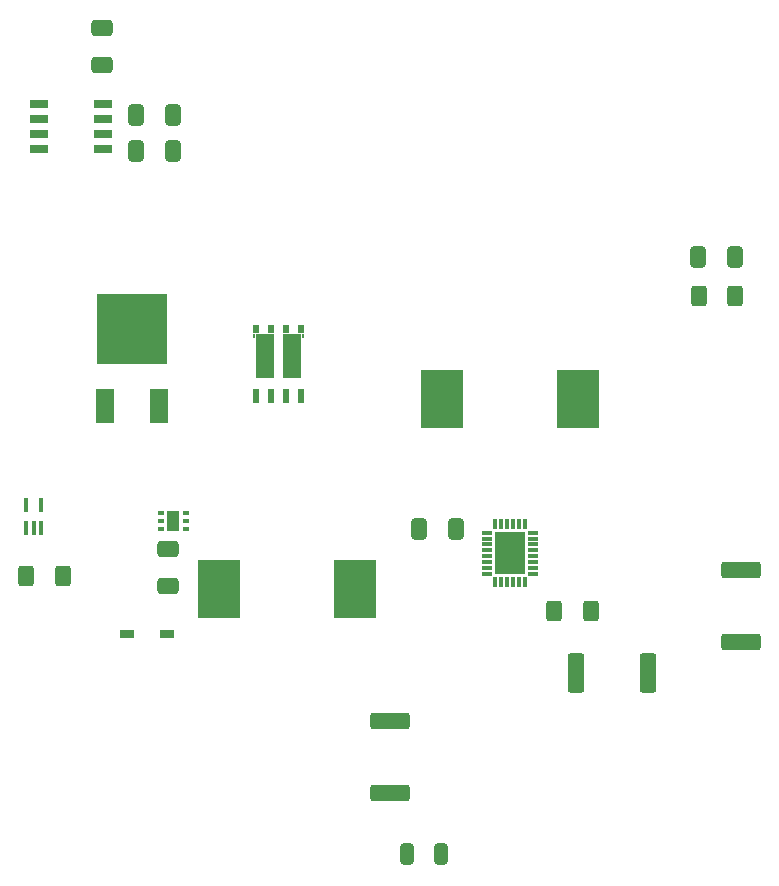
<source format=gbr>
%TF.GenerationSoftware,KiCad,Pcbnew,7.0.8*%
%TF.CreationDate,2024-02-23T11:13:45-06:00*%
%TF.ProjectId,ChargeController_Main,43686172-6765-4436-9f6e-74726f6c6c65,rev?*%
%TF.SameCoordinates,Original*%
%TF.FileFunction,Paste,Top*%
%TF.FilePolarity,Positive*%
%FSLAX46Y46*%
G04 Gerber Fmt 4.6, Leading zero omitted, Abs format (unit mm)*
G04 Created by KiCad (PCBNEW 7.0.8) date 2024-02-23 11:13:45*
%MOMM*%
%LPD*%
G01*
G04 APERTURE LIST*
G04 Aperture macros list*
%AMRoundRect*
0 Rectangle with rounded corners*
0 $1 Rounding radius*
0 $2 $3 $4 $5 $6 $7 $8 $9 X,Y pos of 4 corners*
0 Add a 4 corners polygon primitive as box body*
4,1,4,$2,$3,$4,$5,$6,$7,$8,$9,$2,$3,0*
0 Add four circle primitives for the rounded corners*
1,1,$1+$1,$2,$3*
1,1,$1+$1,$4,$5*
1,1,$1+$1,$6,$7*
1,1,$1+$1,$8,$9*
0 Add four rect primitives between the rounded corners*
20,1,$1+$1,$2,$3,$4,$5,0*
20,1,$1+$1,$4,$5,$6,$7,0*
20,1,$1+$1,$6,$7,$8,$9,0*
20,1,$1+$1,$8,$9,$2,$3,0*%
G04 Aperture macros list end*
%ADD10R,0.600000X0.350000*%
%ADD11R,1.100000X1.700000*%
%ADD12RoundRect,0.250000X-0.400000X-0.625000X0.400000X-0.625000X0.400000X0.625000X-0.400000X0.625000X0*%
%ADD13RoundRect,0.250000X-0.412500X-0.650000X0.412500X-0.650000X0.412500X0.650000X-0.412500X0.650000X0*%
%ADD14RoundRect,0.249999X1.425001X-0.450001X1.425001X0.450001X-1.425001X0.450001X-1.425001X-0.450001X0*%
%ADD15R,0.850000X0.300000*%
%ADD16R,0.300000X0.850000*%
%ADD17R,2.650000X3.650000*%
%ADD18R,1.525000X0.650000*%
%ADD19R,3.550000X4.900000*%
%ADD20RoundRect,0.250000X0.650000X-0.412500X0.650000X0.412500X-0.650000X0.412500X-0.650000X-0.412500X0*%
%ADD21R,1.200000X0.750000*%
%ADD22R,1.600000X3.000000*%
%ADD23R,6.000000X6.000000*%
%ADD24RoundRect,0.250000X-0.650000X0.412500X-0.650000X-0.412500X0.650000X-0.412500X0.650000X0.412500X0*%
%ADD25R,0.450000X1.200000*%
%ADD26RoundRect,0.250000X0.400000X0.625000X-0.400000X0.625000X-0.400000X-0.625000X0.400000X-0.625000X0*%
%ADD27RoundRect,0.249999X-0.450001X-1.425001X0.450001X-1.425001X0.450001X1.425001X-0.450001X1.425001X0*%
%ADD28R,0.610000X1.270000*%
%ADD29R,0.610000X0.710000*%
%ADD30R,1.650000X3.810000*%
%ADD31R,0.230000X0.310000*%
%ADD32RoundRect,0.250000X-0.325000X-0.650000X0.325000X-0.650000X0.325000X0.650000X-0.325000X0.650000X0*%
G04 APERTURE END LIST*
D10*
%TO.C,PS1*%
X87485800Y-79197200D03*
X87485800Y-79847200D03*
X87485800Y-80497200D03*
X89585800Y-80497200D03*
X89585800Y-79847200D03*
X89585800Y-79197200D03*
D11*
X88535800Y-79847200D03*
%TD*%
D12*
%TO.C,R20*%
X133044600Y-60833000D03*
X136144600Y-60833000D03*
%TD*%
D13*
%TO.C,C13*%
X85430900Y-48515800D03*
X88555900Y-48515800D03*
%TD*%
D14*
%TO.C,R8*%
X136601200Y-90146600D03*
X136601200Y-84046600D03*
%TD*%
%TO.C,R14*%
X106883200Y-102922800D03*
X106883200Y-96822800D03*
%TD*%
D13*
%TO.C,C14*%
X85430900Y-45515800D03*
X88555900Y-45515800D03*
%TD*%
D15*
%TO.C,IC4*%
X115091200Y-80850800D03*
X115091200Y-81350800D03*
X115091200Y-81850800D03*
X115091200Y-82350800D03*
X115091200Y-82850800D03*
X115091200Y-83350800D03*
X115091200Y-83850800D03*
X115091200Y-84350800D03*
D16*
X115791200Y-85050800D03*
X116291200Y-85050800D03*
X116791200Y-85050800D03*
X117291200Y-85050800D03*
X117791200Y-85050800D03*
X118291200Y-85050800D03*
D15*
X118991200Y-84350800D03*
X118991200Y-83850800D03*
X118991200Y-83350800D03*
X118991200Y-82850800D03*
X118991200Y-82350800D03*
X118991200Y-81850800D03*
X118991200Y-81350800D03*
X118991200Y-80850800D03*
D16*
X118291200Y-80150800D03*
X117791200Y-80150800D03*
X117291200Y-80150800D03*
X116791200Y-80150800D03*
X116291200Y-80150800D03*
X115791200Y-80150800D03*
D17*
X117041200Y-82600800D03*
%TD*%
D13*
%TO.C,C11*%
X132962500Y-57505600D03*
X136087500Y-57505600D03*
%TD*%
D18*
%TO.C,IC1*%
X77165200Y-44526200D03*
X77165200Y-45796200D03*
X77165200Y-47066200D03*
X77165200Y-48336200D03*
X82589200Y-48336200D03*
X82589200Y-47066200D03*
X82589200Y-45796200D03*
X82589200Y-44526200D03*
%TD*%
D19*
%TO.C,L2*%
X92395600Y-85623400D03*
X103895600Y-85623400D03*
%TD*%
D20*
%TO.C,C15*%
X88104000Y-85385200D03*
X88104000Y-82260200D03*
%TD*%
D21*
%TO.C,D1*%
X84634600Y-89433400D03*
X88034600Y-89433400D03*
%TD*%
D13*
%TO.C,C10*%
X109331900Y-80518000D03*
X112456900Y-80518000D03*
%TD*%
D19*
%TO.C,L1*%
X111316600Y-69519800D03*
X122816600Y-69519800D03*
%TD*%
D22*
%TO.C,D2*%
X82764600Y-70127000D03*
D23*
X85064600Y-63627000D03*
D22*
X87364600Y-70127000D03*
%TD*%
D12*
%TO.C,R5*%
X120776400Y-87452200D03*
X123876400Y-87452200D03*
%TD*%
D24*
%TO.C,C12*%
X82544200Y-38153700D03*
X82544200Y-41278700D03*
%TD*%
D25*
%TO.C,IC3*%
X76083400Y-80426600D03*
X76733400Y-80426600D03*
X77383400Y-80426600D03*
X77383400Y-78526600D03*
X76083400Y-78526600D03*
%TD*%
D26*
%TO.C,R18*%
X79197800Y-84505800D03*
X76097800Y-84505800D03*
%TD*%
D27*
%TO.C,R10*%
X122680000Y-92710000D03*
X128780000Y-92710000D03*
%TD*%
D28*
%TO.C,Q1*%
X95554800Y-69265800D03*
X96824800Y-69265800D03*
X98094800Y-69265800D03*
X99364800Y-69265800D03*
D29*
X99364800Y-63645800D03*
X98094800Y-63645800D03*
X96824800Y-63645800D03*
X95554800Y-63645800D03*
D30*
X96304800Y-65905800D03*
X98614800Y-65905800D03*
D31*
X95364800Y-64155800D03*
X99554800Y-64155800D03*
%TD*%
D32*
%TO.C,C6*%
X108303800Y-108077000D03*
X111253800Y-108077000D03*
%TD*%
M02*

</source>
